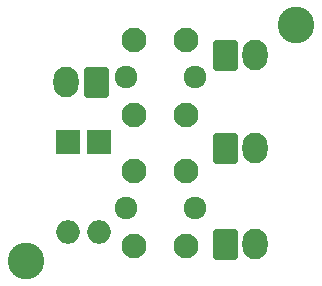
<source format=gbr>
G04 #@! TF.GenerationSoftware,KiCad,Pcbnew,(5.1.5-0-10_14)*
G04 #@! TF.CreationDate,2020-06-22T05:53:20+10:00*
G04 #@! TF.ProjectId,MasterModePushbutton,4d617374-6572-44d6-9f64-655075736862,rev?*
G04 #@! TF.SameCoordinates,Original*
G04 #@! TF.FileFunction,Soldermask,Top*
G04 #@! TF.FilePolarity,Negative*
%FSLAX46Y46*%
G04 Gerber Fmt 4.6, Leading zero omitted, Abs format (unit mm)*
G04 Created by KiCad (PCBNEW (5.1.5-0-10_14)) date 2020-06-22 05:53:20*
%MOMM*%
%LPD*%
G04 APERTURE LIST*
%ADD10O,2.140000X2.600000*%
%ADD11C,0.100000*%
%ADD12C,1.924000*%
%ADD13C,2.100000*%
%ADD14O,2.000000X2.000000*%
%ADD15R,2.000000X2.000000*%
%ADD16C,3.100000*%
G04 APERTURE END LIST*
D10*
X143222000Y-87443500D03*
D11*
G36*
X141474667Y-86144981D02*
G01*
X141504514Y-86149408D01*
X141533784Y-86156740D01*
X141562194Y-86166905D01*
X141589470Y-86179806D01*
X141615351Y-86195318D01*
X141639587Y-86213292D01*
X141661944Y-86233556D01*
X141682208Y-86255913D01*
X141700182Y-86280149D01*
X141715694Y-86306030D01*
X141728595Y-86333306D01*
X141738760Y-86361716D01*
X141746092Y-86390986D01*
X141750519Y-86420833D01*
X141752000Y-86450970D01*
X141752000Y-88436030D01*
X141750519Y-88466167D01*
X141746092Y-88496014D01*
X141738760Y-88525284D01*
X141728595Y-88553694D01*
X141715694Y-88580970D01*
X141700182Y-88606851D01*
X141682208Y-88631087D01*
X141661944Y-88653444D01*
X141639587Y-88673708D01*
X141615351Y-88691682D01*
X141589470Y-88707194D01*
X141562194Y-88720095D01*
X141533784Y-88730260D01*
X141504514Y-88737592D01*
X141474667Y-88742019D01*
X141444530Y-88743500D01*
X139919470Y-88743500D01*
X139889333Y-88742019D01*
X139859486Y-88737592D01*
X139830216Y-88730260D01*
X139801806Y-88720095D01*
X139774530Y-88707194D01*
X139748649Y-88691682D01*
X139724413Y-88673708D01*
X139702056Y-88653444D01*
X139681792Y-88631087D01*
X139663818Y-88606851D01*
X139648306Y-88580970D01*
X139635405Y-88553694D01*
X139625240Y-88525284D01*
X139617908Y-88496014D01*
X139613481Y-88466167D01*
X139612000Y-88436030D01*
X139612000Y-86450970D01*
X139613481Y-86420833D01*
X139617908Y-86390986D01*
X139625240Y-86361716D01*
X139635405Y-86333306D01*
X139648306Y-86306030D01*
X139663818Y-86280149D01*
X139681792Y-86255913D01*
X139702056Y-86233556D01*
X139724413Y-86213292D01*
X139748649Y-86195318D01*
X139774530Y-86179806D01*
X139801806Y-86166905D01*
X139830216Y-86156740D01*
X139859486Y-86149408D01*
X139889333Y-86144981D01*
X139919470Y-86143500D01*
X141444530Y-86143500D01*
X141474667Y-86144981D01*
G37*
D10*
X143222000Y-103445000D03*
D11*
G36*
X141474667Y-102146481D02*
G01*
X141504514Y-102150908D01*
X141533784Y-102158240D01*
X141562194Y-102168405D01*
X141589470Y-102181306D01*
X141615351Y-102196818D01*
X141639587Y-102214792D01*
X141661944Y-102235056D01*
X141682208Y-102257413D01*
X141700182Y-102281649D01*
X141715694Y-102307530D01*
X141728595Y-102334806D01*
X141738760Y-102363216D01*
X141746092Y-102392486D01*
X141750519Y-102422333D01*
X141752000Y-102452470D01*
X141752000Y-104437530D01*
X141750519Y-104467667D01*
X141746092Y-104497514D01*
X141738760Y-104526784D01*
X141728595Y-104555194D01*
X141715694Y-104582470D01*
X141700182Y-104608351D01*
X141682208Y-104632587D01*
X141661944Y-104654944D01*
X141639587Y-104675208D01*
X141615351Y-104693182D01*
X141589470Y-104708694D01*
X141562194Y-104721595D01*
X141533784Y-104731760D01*
X141504514Y-104739092D01*
X141474667Y-104743519D01*
X141444530Y-104745000D01*
X139919470Y-104745000D01*
X139889333Y-104743519D01*
X139859486Y-104739092D01*
X139830216Y-104731760D01*
X139801806Y-104721595D01*
X139774530Y-104708694D01*
X139748649Y-104693182D01*
X139724413Y-104675208D01*
X139702056Y-104654944D01*
X139681792Y-104632587D01*
X139663818Y-104608351D01*
X139648306Y-104582470D01*
X139635405Y-104555194D01*
X139625240Y-104526784D01*
X139617908Y-104497514D01*
X139613481Y-104467667D01*
X139612000Y-104437530D01*
X139612000Y-102452470D01*
X139613481Y-102422333D01*
X139617908Y-102392486D01*
X139625240Y-102363216D01*
X139635405Y-102334806D01*
X139648306Y-102307530D01*
X139663818Y-102281649D01*
X139681792Y-102257413D01*
X139702056Y-102235056D01*
X139724413Y-102214792D01*
X139748649Y-102196818D01*
X139774530Y-102181306D01*
X139801806Y-102168405D01*
X139830216Y-102158240D01*
X139859486Y-102150908D01*
X139889333Y-102146481D01*
X139919470Y-102145000D01*
X141444530Y-102145000D01*
X141474667Y-102146481D01*
G37*
D10*
X127220000Y-89729500D03*
D11*
G36*
X130552667Y-88430981D02*
G01*
X130582514Y-88435408D01*
X130611784Y-88442740D01*
X130640194Y-88452905D01*
X130667470Y-88465806D01*
X130693351Y-88481318D01*
X130717587Y-88499292D01*
X130739944Y-88519556D01*
X130760208Y-88541913D01*
X130778182Y-88566149D01*
X130793694Y-88592030D01*
X130806595Y-88619306D01*
X130816760Y-88647716D01*
X130824092Y-88676986D01*
X130828519Y-88706833D01*
X130830000Y-88736970D01*
X130830000Y-90722030D01*
X130828519Y-90752167D01*
X130824092Y-90782014D01*
X130816760Y-90811284D01*
X130806595Y-90839694D01*
X130793694Y-90866970D01*
X130778182Y-90892851D01*
X130760208Y-90917087D01*
X130739944Y-90939444D01*
X130717587Y-90959708D01*
X130693351Y-90977682D01*
X130667470Y-90993194D01*
X130640194Y-91006095D01*
X130611784Y-91016260D01*
X130582514Y-91023592D01*
X130552667Y-91028019D01*
X130522530Y-91029500D01*
X128997470Y-91029500D01*
X128967333Y-91028019D01*
X128937486Y-91023592D01*
X128908216Y-91016260D01*
X128879806Y-91006095D01*
X128852530Y-90993194D01*
X128826649Y-90977682D01*
X128802413Y-90959708D01*
X128780056Y-90939444D01*
X128759792Y-90917087D01*
X128741818Y-90892851D01*
X128726306Y-90866970D01*
X128713405Y-90839694D01*
X128703240Y-90811284D01*
X128695908Y-90782014D01*
X128691481Y-90752167D01*
X128690000Y-90722030D01*
X128690000Y-88736970D01*
X128691481Y-88706833D01*
X128695908Y-88676986D01*
X128703240Y-88647716D01*
X128713405Y-88619306D01*
X128726306Y-88592030D01*
X128741818Y-88566149D01*
X128759792Y-88541913D01*
X128780056Y-88519556D01*
X128802413Y-88499292D01*
X128826649Y-88481318D01*
X128852530Y-88465806D01*
X128879806Y-88452905D01*
X128908216Y-88442740D01*
X128937486Y-88435408D01*
X128967333Y-88430981D01*
X128997470Y-88429500D01*
X130522530Y-88429500D01*
X130552667Y-88430981D01*
G37*
D10*
X143222000Y-95317500D03*
D11*
G36*
X141474667Y-94018981D02*
G01*
X141504514Y-94023408D01*
X141533784Y-94030740D01*
X141562194Y-94040905D01*
X141589470Y-94053806D01*
X141615351Y-94069318D01*
X141639587Y-94087292D01*
X141661944Y-94107556D01*
X141682208Y-94129913D01*
X141700182Y-94154149D01*
X141715694Y-94180030D01*
X141728595Y-94207306D01*
X141738760Y-94235716D01*
X141746092Y-94264986D01*
X141750519Y-94294833D01*
X141752000Y-94324970D01*
X141752000Y-96310030D01*
X141750519Y-96340167D01*
X141746092Y-96370014D01*
X141738760Y-96399284D01*
X141728595Y-96427694D01*
X141715694Y-96454970D01*
X141700182Y-96480851D01*
X141682208Y-96505087D01*
X141661944Y-96527444D01*
X141639587Y-96547708D01*
X141615351Y-96565682D01*
X141589470Y-96581194D01*
X141562194Y-96594095D01*
X141533784Y-96604260D01*
X141504514Y-96611592D01*
X141474667Y-96616019D01*
X141444530Y-96617500D01*
X139919470Y-96617500D01*
X139889333Y-96616019D01*
X139859486Y-96611592D01*
X139830216Y-96604260D01*
X139801806Y-96594095D01*
X139774530Y-96581194D01*
X139748649Y-96565682D01*
X139724413Y-96547708D01*
X139702056Y-96527444D01*
X139681792Y-96505087D01*
X139663818Y-96480851D01*
X139648306Y-96454970D01*
X139635405Y-96427694D01*
X139625240Y-96399284D01*
X139617908Y-96370014D01*
X139613481Y-96340167D01*
X139612000Y-96310030D01*
X139612000Y-94324970D01*
X139613481Y-94294833D01*
X139617908Y-94264986D01*
X139625240Y-94235716D01*
X139635405Y-94207306D01*
X139648306Y-94180030D01*
X139663818Y-94154149D01*
X139681792Y-94129913D01*
X139702056Y-94107556D01*
X139724413Y-94087292D01*
X139748649Y-94069318D01*
X139774530Y-94053806D01*
X139801806Y-94040905D01*
X139830216Y-94030740D01*
X139859486Y-94023408D01*
X139889333Y-94018981D01*
X139919470Y-94017500D01*
X141444530Y-94017500D01*
X141474667Y-94018981D01*
G37*
D12*
X138086000Y-100357000D03*
X132295000Y-100397000D03*
D13*
X137375000Y-97222000D03*
X137375000Y-103572000D03*
X132930000Y-97222000D03*
X132930000Y-103572000D03*
D12*
X138086000Y-89247500D03*
X132295000Y-89287500D03*
D13*
X137375000Y-86112500D03*
X137375000Y-92462500D03*
X132930000Y-86112500D03*
X132930000Y-92462500D03*
D14*
X127326000Y-102429500D03*
D15*
X127326000Y-94809500D03*
D14*
X130014000Y-102429500D03*
D15*
X130014000Y-94809500D03*
D16*
X146646000Y-84837500D03*
X123796000Y-104847000D03*
M02*

</source>
